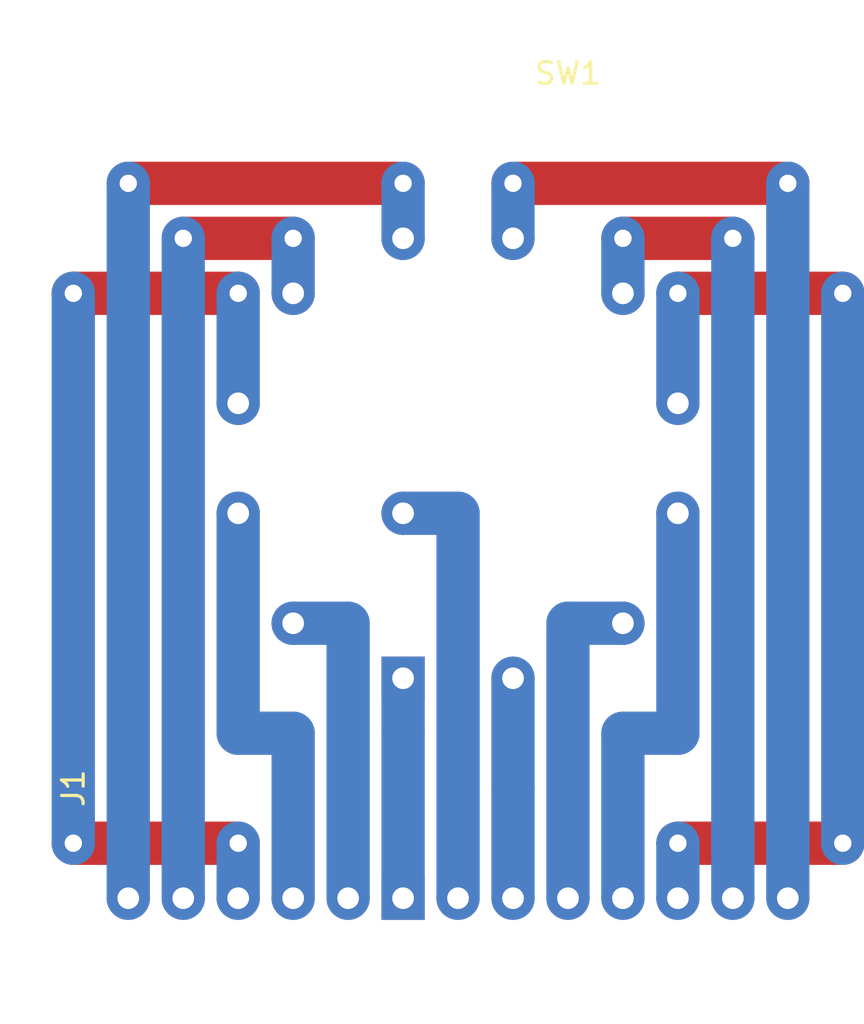
<source format=kicad_pcb>
(kicad_pcb (version 20211014) (generator pcbnew)
  (layers (0 "F.Cu" signal) (31 "B.Cu" signal) (34 "B.Paste" user) (35 "F.Paste" user) (36 "B.SilkS" user "B.Silkscreen") (37 "F.SilkS" user "F.Silkscreen") (38 "B.Mask" user) (39 "F.Mask" user) (44 "Edge.Cuts" user))
  (net 0 "")
  (net 1 "Net-(SW1-Pad1)")
  (net 2 "Net-(SW1-Pad2)")
  (net 3 "Net-(SW1-Pad3)")
  (net 4 "Net-(SW1-Pad4)")
  (net 5 "Net-(SW1-Pad5)")
  (net 6 "Net-(SW1-Pad6)")
  (net 7 "Net-(SW1-Pad7)")
  (net 8 "Net-(SW1-Pad8)")
  (net 9 "Net-(SW1-Pad9)")
  (net 10 "Net-(SW1-Pad10)")
  (net 11 "Net-(SW1-Pad11)")
  (net 12 "Net-(SW1-Pad12)")
  (net 13 "Net-(SW1-Pad13)")
  (footprint "For_Rasterboard:SW_Rot_1x12" (layer "F.Cu") (at 129.54 78.74)
    (fp_text reference "SW1" (at 5.08 -17.78 unlocked) (layer "F.SilkS"))
    (fp_text value "SW_Rotary12")
    (pad "1" thru_hole rect (at -2.54 10.16) (size 2 2) (drill 1) (layers *.Cu *.Mask) (net 1 "Net-(SW1-Pad1)"))
    (pad "2" thru_hole circle (at -7.62 7.62) (size 2 2) (drill 1) (layers *.Cu *.Mask) (net 2 "Net-(SW1-Pad2)"))
    (pad "3" thru_hole circle (at -10.16 2.54) (size 2 2) (drill 1) (layers *.Cu *.Mask) (net 3 "Net-(SW1-Pad3)"))
    (pad "4" thru_hole circle (at -10.16 -2.54) (size 2 2) (drill 1) (layers *.Cu *.Mask) (net 4 "Net-(SW1-Pad4)"))
    (pad "5" thru_hole circle (at -7.62 -7.62) (size 2 2) (drill 1) (layers *.Cu *.Mask) (net 5 "Net-(SW1-Pad5)"))
    (pad "6" thru_hole circle (at -2.54 -10.16) (size 2 2) (drill 1) (layers *.Cu *.Mask) (net 6 "Net-(SW1-Pad6)"))
    (pad "7" thru_hole circle (at 2.54 -10.16) (size 2 2) (drill 1) (layers *.Cu *.Mask) (net 7 "Net-(SW1-Pad7)"))
    (pad "8" thru_hole circle (at 7.62 -7.62) (size 2 2) (drill 1) (layers *.Cu *.Mask) (net 8 "Net-(SW1-Pad8)"))
    (pad "9" thru_hole circle (at 10.16 -2.54) (size 2 2) (drill 1) (layers *.Cu *.Mask) (net 9 "Net-(SW1-Pad9)"))
    (pad "10" thru_hole circle (at 10.16 2.54) (size 2 2) (drill 1) (layers *.Cu *.Mask) (net 10 "Net-(SW1-Pad10)"))
    (pad "11" thru_hole circle (at 7.62 7.62) (size 2 2) (drill 1) (layers *.Cu *.Mask) (net 11 "Net-(SW1-Pad11)"))
    (pad "12" thru_hole circle (at 2.54 10.16) (size 2 2) (drill 1) (layers *.Cu *.Mask) (net 12 "Net-(SW1-Pad12)"))
    (pad "13" thru_hole circle (at -2.54 2.54) (size 2 2) (drill 1) (layers *.Cu *.Mask) (net 13 "Net-(SW1-Pad13)"))
  )
  (footprint "For_Rasterboard:SW_Rot_1x12_Daughterbrd_Conn" (layer "F.Cu") (at 129.54 99.06 90)
    (fp_text reference "J1" (at 5.08 -17.78 90 unlocked) (layer "F.SilkS"))
    (fp_text value "1x13 2.54mm female 90deg")
    (pad "1" thru_hole rect (at 0 -2.54 90) (size 2 2) (drill 1) (layers *.Cu *.Mask) (net 1 "Net-(SW1-Pad1)"))
    (pad "2" thru_hole circle (at 0 -5.08 90) (size 2 2) (drill 1) (layers *.Cu *.Mask) (net 2 "Net-(SW1-Pad2)"))
    (pad "3" thru_hole circle (at 0 -7.62 90) (size 2 2) (drill 1) (layers *.Cu *.Mask) (net 3 "Net-(SW1-Pad3)"))
    (pad "4" thru_hole circle (at 0 -10.16 90) (size 2 2) (drill 1) (layers *.Cu *.Mask) (net 4 "Net-(SW1-Pad4)"))
    (pad "5" thru_hole circle (at 0 -12.7 90) (size 2 2) (drill 1) (layers *.Cu *.Mask) (net 5 "Net-(SW1-Pad5)"))
    (pad "6" thru_hole circle (at 0 -15.24 90) (size 2 2) (drill 1) (layers *.Cu *.Mask) (net 6 "Net-(SW1-Pad6)"))
    (pad "7" thru_hole circle (at 0 15.24 90) (size 2 2) (drill 1) (layers *.Cu *.Mask) (net 7 "Net-(SW1-Pad7)"))
    (pad "8" thru_hole circle (at 0 12.7 90) (size 2 2) (drill 1) (layers *.Cu *.Mask) (net 8 "Net-(SW1-Pad8)"))
    (pad "9" thru_hole circle (at 0 10.16 90) (size 2 2) (drill 1) (layers *.Cu *.Mask) (net 9 "Net-(SW1-Pad9)"))
    (pad "10" thru_hole circle (at 0 7.62 90) (size 2 2) (drill 1) (layers *.Cu *.Mask) (net 10 "Net-(SW1-Pad10)"))
    (pad "11" thru_hole circle (at 0 5.08 90) (size 2 2) (drill 1) (layers *.Cu *.Mask) (net 11 "Net-(SW1-Pad11)"))
    (pad "12" thru_hole circle (at 0 2.54 90) (size 2 2) (drill 1) (layers *.Cu *.Mask) (net 12 "Net-(SW1-Pad12)"))
    (pad "13" thru_hole circle (at 0 0 90) (size 2 2) (drill 1) (layers *.Cu *.Mask) (net 13 "Net-(SW1-Pad13)"))
  )
  (segment (start 127 88.9) (end 127 91.44) (width 2) (layer "B.Cu") (net 1))
  (segment (start 127 91.44) (end 127 99.06) (width 2) (layer "B.Cu") (net 1))
  (segment (start 121.92 86.36) (end 124.46 86.36) (width 2) (layer "B.Cu") (net 2))
  (segment (start 124.46 86.36) (end 124.46 99.06) (width 2) (layer "B.Cu") (net 2))
  (segment (start 121.92 99.06) (end 121.92 91.44) (width 2) (layer "B.Cu") (net 3))
  (segment (start 119.38 91.44) (end 119.38 81.28) (width 2) (layer "B.Cu") (net 3))
  (segment (start 121.92 91.44) (end 119.38 91.44) (width 2) (layer "B.Cu") (net 3))
  (segment (start 111.76 96.52) (end 119.38 96.52) (width 2) (layer "F.Cu") (net 4))
  (segment (start 119.38 71.12) (end 111.76 71.12) (width 2) (layer "F.Cu") (net 4))
  (via (at 111.76 96.52) (size 2) (drill 0.8) (layers "F.Cu" "B.Cu") (net 4))
  (via (at 111.76 71.12) (size 2) (drill 0.8) (layers "F.Cu" "B.Cu") (net 4))
  (via (at 119.38 96.52) (size 2) (drill 0.8) (layers "F.Cu" "B.Cu") (net 4))
  (via (at 119.38 71.12) (size 2) (drill 0.8) (layers "F.Cu" "B.Cu") (net 4))
  (segment (start 119.38 96.52) (end 119.38 99.06) (width 2) (layer "B.Cu") (net 4))
  (segment (start 111.76 71.12) (end 111.76 96.52) (width 2) (layer "B.Cu") (net 4))
  (segment (start 119.38 76.2) (end 119.38 71.12) (width 2) (layer "B.Cu") (net 4))
  (segment (start 121.92 68.58) (end 116.84 68.58) (width 2) (layer "F.Cu") (net 5))
  (via (at 121.92 68.58) (size 2) (drill 0.8) (layers "F.Cu" "B.Cu") (net 5))
  (via (at 116.84 68.58) (size 2) (drill 0.8) (layers "F.Cu" "B.Cu") (net 5))
  (segment (start 116.84 68.58) (end 116.84 99.06) (width 2) (layer "B.Cu") (net 5))
  (segment (start 121.92 71.12) (end 121.92 68.58) (width 2) (layer "B.Cu") (net 5))
  (segment (start 114.3 66.04) (end 127 66.04) (width 2) (layer "F.Cu") (net 6))
  (via (at 127 66.04) (size 2) (drill 0.8) (layers "F.Cu" "B.Cu") (net 6))
  (via (at 114.3 66.04) (size 2) (drill 0.8) (layers "F.Cu" "B.Cu") (net 6))
  (segment (start 127 66.04) (end 127 68.58) (width 2) (layer "B.Cu") (net 6))
  (segment (start 114.3 99.06) (end 114.3 66.04) (width 2) (layer "B.Cu") (net 6))
  (segment (start 132.08 66.04) (end 144.78 66.04) (width 2) (layer "F.Cu") (net 7))
  (via (at 144.78 66.04) (size 2) (drill 0.8) (layers "F.Cu" "B.Cu") (net 7))
  (via (at 132.08 66.04) (size 2) (drill 0.8) (layers "F.Cu" "B.Cu") (net 7))
  (segment (start 144.78 66.04) (end 144.78 99.06) (width 2) (layer "B.Cu") (net 7))
  (segment (start 132.08 68.58) (end 132.08 66.04) (width 2) (layer "B.Cu") (net 7))
  (segment (start 142.24 68.58) (end 137.16 68.58) (width 2) (layer "F.Cu") (net 8))
  (via (at 137.16 68.58) (size 2) (drill 0.8) (layers "F.Cu" "B.Cu") (net 8))
  (via (at 142.24 68.58) (size 2) (drill 0.8) (layers "F.Cu" "B.Cu") (net 8))
  (segment (start 142.24 99.06) (end 142.24 68.58) (width 2) (layer "B.Cu") (net 8))
  (segment (start 137.16 68.58) (end 137.16 71.12) (width 2) (layer "B.Cu") (net 8))
  (segment (start 147.32 71.12) (end 139.7 71.12) (width 2) (layer "F.Cu") (net 9))
  (segment (start 139.7 96.52) (end 147.32 96.52) (width 2) (layer "F.Cu") (net 9))
  (via (at 139.7 96.52) (size 2) (drill 0.8) (layers "F.Cu" "B.Cu") (net 9))
  (via (at 147.32 96.52) (size 2) (drill 0.8) (layers "F.Cu" "B.Cu") (net 9))
  (via (at 147.32 71.12) (size 2) (drill 0.8) (layers "F.Cu" "B.Cu") (net 9))
  (via (at 139.7 71.12) (size 2) (drill 0.8) (layers "F.Cu" "B.Cu") (net 9))
  (segment (start 139.7 71.12) (end 139.7 76.2) (width 2) (layer "B.Cu") (net 9))
  (segment (start 147.32 96.52) (end 147.32 71.12) (width 2) (layer "B.Cu") (net 9))
  (segment (start 139.7 99.06) (end 139.7 96.52) (width 2) (layer "B.Cu") (net 9))
  (segment (start 139.7 81.28) (end 139.7 91.44) (width 2) (layer "B.Cu") (net 10))
  (segment (start 137.16 91.44) (end 137.16 99.06) (width 2) (layer "B.Cu") (net 10))
  (segment (start 139.7 91.44) (end 137.16 91.44) (width 2) (layer "B.Cu") (net 10))
  (segment (start 137.16 86.36) (end 134.62 86.36) (width 2) (layer "B.Cu") (net 11))
  (segment (start 134.62 86.36) (end 134.62 99.06) (width 2) (layer "B.Cu") (net 11))
  (segment (start 132.08 88.9) (end 132.08 93.98) (width 2) (layer "B.Cu") (net 12))
  (segment (start 132.08 93.98) (end 132.08 99.06) (width 2) (layer "B.Cu") (net 12))
  (segment (start 129.54 81.28) (end 129.54 99.06) (width 2) (layer "B.Cu") (net 13))
  (segment (start 127 81.28) (end 129.54 81.28) (width 2) (layer "B.Cu") (net 13))
)
</source>
